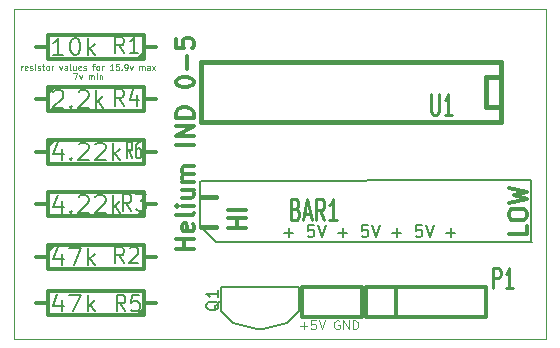
<source format=gto>
G04 (created by PCBNEW (2013-05-31 BZR 4019)-stable) date 3/12/2014 4:46:27 PM*
%MOIN*%
G04 Gerber Fmt 3.4, Leading zero omitted, Abs format*
%FSLAX34Y34*%
G01*
G70*
G90*
G04 APERTURE LIST*
%ADD10C,0.00590551*%
%ADD11C,0.003*%
%ADD12C,0.011811*%
%ADD13C,0.00393701*%
%ADD14C,0.006*%
%ADD15C,0.007*%
%ADD16C,0.015*%
%ADD17C,0.012*%
%ADD18C,0.01125*%
%ADD19C,0.008*%
%ADD20C,0.0075*%
%ADD21C,0.0107*%
G04 APERTURE END LIST*
G54D10*
G54D11*
X6501Y-12780D02*
X6501Y-12647D01*
X6501Y-12685D02*
X6510Y-12666D01*
X6520Y-12657D01*
X6539Y-12647D01*
X6558Y-12647D01*
X6701Y-12771D02*
X6682Y-12780D01*
X6644Y-12780D01*
X6624Y-12771D01*
X6615Y-12752D01*
X6615Y-12676D01*
X6624Y-12657D01*
X6644Y-12647D01*
X6682Y-12647D01*
X6701Y-12657D01*
X6710Y-12676D01*
X6710Y-12695D01*
X6615Y-12714D01*
X6786Y-12771D02*
X6805Y-12780D01*
X6844Y-12780D01*
X6863Y-12771D01*
X6872Y-12752D01*
X6872Y-12742D01*
X6863Y-12723D01*
X6844Y-12714D01*
X6815Y-12714D01*
X6796Y-12704D01*
X6786Y-12685D01*
X6786Y-12676D01*
X6796Y-12657D01*
X6815Y-12647D01*
X6844Y-12647D01*
X6863Y-12657D01*
X6958Y-12780D02*
X6958Y-12647D01*
X6958Y-12580D02*
X6948Y-12590D01*
X6958Y-12600D01*
X6967Y-12590D01*
X6958Y-12580D01*
X6958Y-12600D01*
X7044Y-12771D02*
X7063Y-12780D01*
X7101Y-12780D01*
X7120Y-12771D01*
X7129Y-12752D01*
X7129Y-12742D01*
X7120Y-12723D01*
X7101Y-12714D01*
X7072Y-12714D01*
X7053Y-12704D01*
X7044Y-12685D01*
X7044Y-12676D01*
X7053Y-12657D01*
X7072Y-12647D01*
X7101Y-12647D01*
X7120Y-12657D01*
X7186Y-12647D02*
X7263Y-12647D01*
X7215Y-12580D02*
X7215Y-12752D01*
X7224Y-12771D01*
X7244Y-12780D01*
X7263Y-12780D01*
X7358Y-12780D02*
X7339Y-12771D01*
X7329Y-12761D01*
X7320Y-12742D01*
X7320Y-12685D01*
X7329Y-12666D01*
X7339Y-12657D01*
X7358Y-12647D01*
X7386Y-12647D01*
X7405Y-12657D01*
X7415Y-12666D01*
X7424Y-12685D01*
X7424Y-12742D01*
X7415Y-12761D01*
X7405Y-12771D01*
X7386Y-12780D01*
X7358Y-12780D01*
X7510Y-12780D02*
X7510Y-12647D01*
X7510Y-12685D02*
X7520Y-12666D01*
X7529Y-12657D01*
X7548Y-12647D01*
X7567Y-12647D01*
X7767Y-12647D02*
X7815Y-12780D01*
X7863Y-12647D01*
X8025Y-12780D02*
X8025Y-12676D01*
X8015Y-12657D01*
X7996Y-12647D01*
X7958Y-12647D01*
X7939Y-12657D01*
X8025Y-12771D02*
X8005Y-12780D01*
X7958Y-12780D01*
X7939Y-12771D01*
X7929Y-12752D01*
X7929Y-12733D01*
X7939Y-12714D01*
X7958Y-12704D01*
X8005Y-12704D01*
X8025Y-12695D01*
X8148Y-12780D02*
X8129Y-12771D01*
X8120Y-12752D01*
X8120Y-12580D01*
X8310Y-12647D02*
X8310Y-12780D01*
X8224Y-12647D02*
X8224Y-12752D01*
X8234Y-12771D01*
X8253Y-12780D01*
X8282Y-12780D01*
X8301Y-12771D01*
X8310Y-12761D01*
X8482Y-12771D02*
X8463Y-12780D01*
X8424Y-12780D01*
X8405Y-12771D01*
X8396Y-12752D01*
X8396Y-12676D01*
X8405Y-12657D01*
X8424Y-12647D01*
X8463Y-12647D01*
X8482Y-12657D01*
X8491Y-12676D01*
X8491Y-12695D01*
X8396Y-12714D01*
X8567Y-12771D02*
X8586Y-12780D01*
X8625Y-12780D01*
X8644Y-12771D01*
X8653Y-12752D01*
X8653Y-12742D01*
X8644Y-12723D01*
X8625Y-12714D01*
X8596Y-12714D01*
X8577Y-12704D01*
X8567Y-12685D01*
X8567Y-12676D01*
X8577Y-12657D01*
X8596Y-12647D01*
X8625Y-12647D01*
X8644Y-12657D01*
X8863Y-12647D02*
X8939Y-12647D01*
X8891Y-12780D02*
X8891Y-12609D01*
X8901Y-12590D01*
X8920Y-12580D01*
X8939Y-12580D01*
X9034Y-12780D02*
X9015Y-12771D01*
X9005Y-12761D01*
X8996Y-12742D01*
X8996Y-12685D01*
X9005Y-12666D01*
X9015Y-12657D01*
X9034Y-12647D01*
X9063Y-12647D01*
X9082Y-12657D01*
X9091Y-12666D01*
X9101Y-12685D01*
X9101Y-12742D01*
X9091Y-12761D01*
X9082Y-12771D01*
X9063Y-12780D01*
X9034Y-12780D01*
X9186Y-12780D02*
X9186Y-12647D01*
X9186Y-12685D02*
X9196Y-12666D01*
X9205Y-12657D01*
X9225Y-12647D01*
X9244Y-12647D01*
X9567Y-12780D02*
X9453Y-12780D01*
X9510Y-12780D02*
X9510Y-12580D01*
X9491Y-12609D01*
X9472Y-12628D01*
X9453Y-12638D01*
X9748Y-12580D02*
X9653Y-12580D01*
X9644Y-12676D01*
X9653Y-12666D01*
X9672Y-12657D01*
X9720Y-12657D01*
X9739Y-12666D01*
X9748Y-12676D01*
X9758Y-12695D01*
X9758Y-12742D01*
X9748Y-12761D01*
X9739Y-12771D01*
X9720Y-12780D01*
X9672Y-12780D01*
X9653Y-12771D01*
X9644Y-12761D01*
X9844Y-12761D02*
X9853Y-12771D01*
X9844Y-12780D01*
X9834Y-12771D01*
X9844Y-12761D01*
X9844Y-12780D01*
X9948Y-12780D02*
X9986Y-12780D01*
X10005Y-12771D01*
X10015Y-12761D01*
X10034Y-12733D01*
X10044Y-12695D01*
X10044Y-12619D01*
X10034Y-12600D01*
X10025Y-12590D01*
X10005Y-12580D01*
X9967Y-12580D01*
X9948Y-12590D01*
X9939Y-12600D01*
X9929Y-12619D01*
X9929Y-12666D01*
X9939Y-12685D01*
X9948Y-12695D01*
X9967Y-12704D01*
X10005Y-12704D01*
X10025Y-12695D01*
X10034Y-12685D01*
X10044Y-12666D01*
X10110Y-12647D02*
X10158Y-12780D01*
X10205Y-12647D01*
X10434Y-12780D02*
X10434Y-12647D01*
X10434Y-12666D02*
X10444Y-12657D01*
X10463Y-12647D01*
X10491Y-12647D01*
X10510Y-12657D01*
X10520Y-12676D01*
X10520Y-12780D01*
X10520Y-12676D02*
X10529Y-12657D01*
X10548Y-12647D01*
X10577Y-12647D01*
X10596Y-12657D01*
X10605Y-12676D01*
X10605Y-12780D01*
X10786Y-12780D02*
X10786Y-12676D01*
X10777Y-12657D01*
X10758Y-12647D01*
X10720Y-12647D01*
X10701Y-12657D01*
X10786Y-12771D02*
X10767Y-12780D01*
X10720Y-12780D01*
X10701Y-12771D01*
X10691Y-12752D01*
X10691Y-12733D01*
X10701Y-12714D01*
X10720Y-12704D01*
X10767Y-12704D01*
X10786Y-12695D01*
X10863Y-12780D02*
X10967Y-12647D01*
X10863Y-12647D02*
X10967Y-12780D01*
X8234Y-12890D02*
X8367Y-12890D01*
X8282Y-13090D01*
X8425Y-12957D02*
X8472Y-13090D01*
X8520Y-12957D01*
X8748Y-13090D02*
X8748Y-12957D01*
X8748Y-12976D02*
X8758Y-12967D01*
X8777Y-12957D01*
X8805Y-12957D01*
X8825Y-12967D01*
X8834Y-12986D01*
X8834Y-13090D01*
X8834Y-12986D02*
X8844Y-12967D01*
X8863Y-12957D01*
X8891Y-12957D01*
X8910Y-12967D01*
X8920Y-12986D01*
X8920Y-13090D01*
X9015Y-13090D02*
X9015Y-12957D01*
X9015Y-12890D02*
X9005Y-12900D01*
X9015Y-12910D01*
X9025Y-12900D01*
X9015Y-12890D01*
X9015Y-12910D01*
X9110Y-12957D02*
X9110Y-13090D01*
X9110Y-12976D02*
X9120Y-12967D01*
X9139Y-12957D01*
X9167Y-12957D01*
X9186Y-12967D01*
X9196Y-12986D01*
X9196Y-13090D01*
G54D12*
X12239Y-18751D02*
X11648Y-18751D01*
X11929Y-18751D02*
X11929Y-18413D01*
X12239Y-18413D02*
X11648Y-18413D01*
X12210Y-17907D02*
X12239Y-17963D01*
X12239Y-18076D01*
X12210Y-18132D01*
X12154Y-18160D01*
X11929Y-18160D01*
X11873Y-18132D01*
X11845Y-18076D01*
X11845Y-17963D01*
X11873Y-17907D01*
X11929Y-17879D01*
X11985Y-17879D01*
X12042Y-18160D01*
X12239Y-17541D02*
X12210Y-17598D01*
X12154Y-17626D01*
X11648Y-17626D01*
X12239Y-17316D02*
X11845Y-17316D01*
X11648Y-17316D02*
X11676Y-17345D01*
X11704Y-17316D01*
X11676Y-17288D01*
X11648Y-17316D01*
X11704Y-17316D01*
X11845Y-16782D02*
X12239Y-16782D01*
X11845Y-17035D02*
X12154Y-17035D01*
X12210Y-17007D01*
X12239Y-16951D01*
X12239Y-16866D01*
X12210Y-16810D01*
X12182Y-16782D01*
X12239Y-16501D02*
X11845Y-16501D01*
X11901Y-16501D02*
X11873Y-16473D01*
X11845Y-16417D01*
X11845Y-16332D01*
X11873Y-16276D01*
X11929Y-16248D01*
X12239Y-16248D01*
X11929Y-16248D02*
X11873Y-16220D01*
X11845Y-16163D01*
X11845Y-16079D01*
X11873Y-16023D01*
X11929Y-15995D01*
X12239Y-15995D01*
X12239Y-15264D02*
X11648Y-15264D01*
X12239Y-14982D02*
X11648Y-14982D01*
X12239Y-14645D01*
X11648Y-14645D01*
X12239Y-14364D02*
X11648Y-14364D01*
X11648Y-14223D01*
X11676Y-14139D01*
X11732Y-14082D01*
X11789Y-14054D01*
X11901Y-14026D01*
X11985Y-14026D01*
X12098Y-14054D01*
X12154Y-14082D01*
X12210Y-14139D01*
X12239Y-14223D01*
X12239Y-14364D01*
X11648Y-13211D02*
X11648Y-13154D01*
X11676Y-13098D01*
X11704Y-13070D01*
X11760Y-13042D01*
X11873Y-13014D01*
X12014Y-13014D01*
X12126Y-13042D01*
X12182Y-13070D01*
X12210Y-13098D01*
X12239Y-13154D01*
X12239Y-13211D01*
X12210Y-13267D01*
X12182Y-13295D01*
X12126Y-13323D01*
X12014Y-13351D01*
X11873Y-13351D01*
X11760Y-13323D01*
X11704Y-13295D01*
X11676Y-13267D01*
X11648Y-13211D01*
X12014Y-12761D02*
X12014Y-12311D01*
X11648Y-11748D02*
X11648Y-12030D01*
X11929Y-12058D01*
X11901Y-12030D01*
X11873Y-11973D01*
X11873Y-11833D01*
X11901Y-11776D01*
X11929Y-11748D01*
X11985Y-11720D01*
X12126Y-11720D01*
X12182Y-11748D01*
X12210Y-11776D01*
X12239Y-11833D01*
X12239Y-11973D01*
X12210Y-12030D01*
X12182Y-12058D01*
X13989Y-18059D02*
X13398Y-18059D01*
X13679Y-18059D02*
X13679Y-17721D01*
X13989Y-17721D02*
X13398Y-17721D01*
X13989Y-17440D02*
X13398Y-17440D01*
X23339Y-17964D02*
X23339Y-18245D01*
X22748Y-18245D01*
X22748Y-17654D02*
X22748Y-17542D01*
X22776Y-17485D01*
X22832Y-17429D01*
X22945Y-17401D01*
X23142Y-17401D01*
X23254Y-17429D01*
X23310Y-17485D01*
X23339Y-17542D01*
X23339Y-17654D01*
X23310Y-17710D01*
X23254Y-17767D01*
X23142Y-17795D01*
X22945Y-17795D01*
X22832Y-17767D01*
X22776Y-17710D01*
X22748Y-17654D01*
X22748Y-17204D02*
X23339Y-17064D01*
X22917Y-16951D01*
X23339Y-16839D01*
X22748Y-16698D01*
G54D13*
X24000Y-10750D02*
X6250Y-10750D01*
X24000Y-10750D02*
X24000Y-21750D01*
X6250Y-21750D02*
X24000Y-21750D01*
X6250Y-10750D02*
X6250Y-21750D01*
G54D14*
X7842Y-20455D02*
X7842Y-20822D01*
X7701Y-20246D02*
X7561Y-20639D01*
X7926Y-20639D01*
X8095Y-20272D02*
X8489Y-20272D01*
X8235Y-20822D01*
X8714Y-20822D02*
X8714Y-20272D01*
X8770Y-20613D02*
X8938Y-20822D01*
X8938Y-20455D02*
X8714Y-20665D01*
G54D15*
X7899Y-12282D02*
X7562Y-12282D01*
X7731Y-12282D02*
X7731Y-11707D01*
X7674Y-11789D01*
X7618Y-11844D01*
X7562Y-11872D01*
X8265Y-11707D02*
X8321Y-11707D01*
X8378Y-11735D01*
X8406Y-11762D01*
X8434Y-11817D01*
X8462Y-11926D01*
X8462Y-12063D01*
X8434Y-12173D01*
X8406Y-12227D01*
X8378Y-12255D01*
X8321Y-12282D01*
X8265Y-12282D01*
X8209Y-12255D01*
X8181Y-12227D01*
X8153Y-12173D01*
X8124Y-12063D01*
X8124Y-11926D01*
X8153Y-11817D01*
X8181Y-11762D01*
X8209Y-11735D01*
X8265Y-11707D01*
X8715Y-12282D02*
X8715Y-11707D01*
X8771Y-12063D02*
X8940Y-12282D01*
X8940Y-11899D02*
X8715Y-12118D01*
X7562Y-13512D02*
X7590Y-13485D01*
X7646Y-13457D01*
X7787Y-13457D01*
X7843Y-13485D01*
X7871Y-13512D01*
X7899Y-13567D01*
X7899Y-13622D01*
X7871Y-13704D01*
X7534Y-14032D01*
X7899Y-14032D01*
X8153Y-13977D02*
X8181Y-14005D01*
X8153Y-14032D01*
X8124Y-14005D01*
X8153Y-13977D01*
X8153Y-14032D01*
X8406Y-13512D02*
X8434Y-13485D01*
X8490Y-13457D01*
X8631Y-13457D01*
X8687Y-13485D01*
X8715Y-13512D01*
X8743Y-13567D01*
X8743Y-13622D01*
X8715Y-13704D01*
X8378Y-14032D01*
X8743Y-14032D01*
X8996Y-14032D02*
X8996Y-13457D01*
X9052Y-13813D02*
X9221Y-14032D01*
X9221Y-13649D02*
X8996Y-13868D01*
X7843Y-15399D02*
X7843Y-15782D01*
X7703Y-15180D02*
X7562Y-15591D01*
X7928Y-15591D01*
X8153Y-15727D02*
X8181Y-15755D01*
X8153Y-15782D01*
X8124Y-15755D01*
X8153Y-15727D01*
X8153Y-15782D01*
X8406Y-15262D02*
X8434Y-15235D01*
X8490Y-15207D01*
X8631Y-15207D01*
X8687Y-15235D01*
X8715Y-15262D01*
X8743Y-15317D01*
X8743Y-15372D01*
X8715Y-15454D01*
X8378Y-15782D01*
X8743Y-15782D01*
X8968Y-15262D02*
X8996Y-15235D01*
X9052Y-15207D01*
X9193Y-15207D01*
X9249Y-15235D01*
X9277Y-15262D01*
X9306Y-15317D01*
X9306Y-15372D01*
X9277Y-15454D01*
X8940Y-15782D01*
X9306Y-15782D01*
X9559Y-15782D02*
X9559Y-15207D01*
X9615Y-15563D02*
X9784Y-15782D01*
X9784Y-15399D02*
X9559Y-15618D01*
X7843Y-17149D02*
X7843Y-17532D01*
X7703Y-16930D02*
X7562Y-17341D01*
X7928Y-17341D01*
X8153Y-17477D02*
X8181Y-17505D01*
X8153Y-17532D01*
X8124Y-17505D01*
X8153Y-17477D01*
X8153Y-17532D01*
X8406Y-17012D02*
X8434Y-16985D01*
X8490Y-16957D01*
X8631Y-16957D01*
X8687Y-16985D01*
X8715Y-17012D01*
X8743Y-17067D01*
X8743Y-17122D01*
X8715Y-17204D01*
X8378Y-17532D01*
X8743Y-17532D01*
X8968Y-17012D02*
X8996Y-16985D01*
X9052Y-16957D01*
X9193Y-16957D01*
X9249Y-16985D01*
X9277Y-17012D01*
X9306Y-17067D01*
X9306Y-17122D01*
X9277Y-17204D01*
X8940Y-17532D01*
X9306Y-17532D01*
X9559Y-17532D02*
X9559Y-16957D01*
X9615Y-17313D02*
X9784Y-17532D01*
X9784Y-17149D02*
X9559Y-17368D01*
X7843Y-18899D02*
X7843Y-19282D01*
X7703Y-18680D02*
X7562Y-19091D01*
X7928Y-19091D01*
X8096Y-18707D02*
X8490Y-18707D01*
X8237Y-19282D01*
X8715Y-19282D02*
X8715Y-18707D01*
X8771Y-19063D02*
X8940Y-19282D01*
X8940Y-18899D02*
X8715Y-19118D01*
G54D16*
X22500Y-14000D02*
X22000Y-14000D01*
X22000Y-14000D02*
X22000Y-13000D01*
X22000Y-13000D02*
X22500Y-13000D01*
X22500Y-14500D02*
X12500Y-14500D01*
X12500Y-14500D02*
X12500Y-12500D01*
X12500Y-12500D02*
X22500Y-12500D01*
X22500Y-12500D02*
X22500Y-14500D01*
G54D10*
X13150Y-20000D02*
X13150Y-20800D01*
X13150Y-20800D02*
X13550Y-21200D01*
X13550Y-21200D02*
X14350Y-21400D01*
X14350Y-21400D02*
X14550Y-21400D01*
X14550Y-21400D02*
X15350Y-21200D01*
X15350Y-21200D02*
X15750Y-20800D01*
X15750Y-20800D02*
X15750Y-20000D01*
X15750Y-20000D02*
X13150Y-20000D01*
X23492Y-16456D02*
X23492Y-18484D01*
X12488Y-16476D02*
X23492Y-16456D01*
X12488Y-18011D02*
X12862Y-18385D01*
X12862Y-18385D02*
X12980Y-18503D01*
X12980Y-18503D02*
X23511Y-18503D01*
X12468Y-17992D02*
X12468Y-16476D01*
G54D16*
X12500Y-17000D02*
X13000Y-17000D01*
X13000Y-18000D02*
X12500Y-18000D01*
G54D17*
X7000Y-13750D02*
X7400Y-13750D01*
X7400Y-13750D02*
X7400Y-13350D01*
X7400Y-13350D02*
X10600Y-13350D01*
X10600Y-13350D02*
X10600Y-14150D01*
X10600Y-14150D02*
X7400Y-14150D01*
X7400Y-14150D02*
X7400Y-13750D01*
X7400Y-13550D02*
X7600Y-13350D01*
X11000Y-13750D02*
X10600Y-13750D01*
X11000Y-17250D02*
X10600Y-17250D01*
X10600Y-17250D02*
X10600Y-17650D01*
X10600Y-17650D02*
X7400Y-17650D01*
X7400Y-17650D02*
X7400Y-16850D01*
X7400Y-16850D02*
X10600Y-16850D01*
X10600Y-16850D02*
X10600Y-17250D01*
X10600Y-17450D02*
X10400Y-17650D01*
X7000Y-17250D02*
X7400Y-17250D01*
X11000Y-20550D02*
X10600Y-20550D01*
X10600Y-20550D02*
X10600Y-20950D01*
X10600Y-20950D02*
X7400Y-20950D01*
X7400Y-20950D02*
X7400Y-20150D01*
X7400Y-20150D02*
X10600Y-20150D01*
X10600Y-20150D02*
X10600Y-20550D01*
X10600Y-20750D02*
X10400Y-20950D01*
X7000Y-20550D02*
X7400Y-20550D01*
X7000Y-15500D02*
X7400Y-15500D01*
X7400Y-15500D02*
X7400Y-15100D01*
X7400Y-15100D02*
X10600Y-15100D01*
X10600Y-15100D02*
X10600Y-15900D01*
X10600Y-15900D02*
X7400Y-15900D01*
X7400Y-15900D02*
X7400Y-15500D01*
X7400Y-15300D02*
X7600Y-15100D01*
X11000Y-15500D02*
X10600Y-15500D01*
X11000Y-12000D02*
X10600Y-12000D01*
X10600Y-12000D02*
X10600Y-12400D01*
X10600Y-12400D02*
X7400Y-12400D01*
X7400Y-12400D02*
X7400Y-11600D01*
X7400Y-11600D02*
X10600Y-11600D01*
X10600Y-11600D02*
X10600Y-12000D01*
X10600Y-12200D02*
X10400Y-12400D01*
X7000Y-12000D02*
X7400Y-12000D01*
X7000Y-19000D02*
X7400Y-19000D01*
X7400Y-19000D02*
X7400Y-18600D01*
X7400Y-18600D02*
X10600Y-18600D01*
X10600Y-18600D02*
X10600Y-19400D01*
X10600Y-19400D02*
X7400Y-19400D01*
X7400Y-19400D02*
X7400Y-19000D01*
X7400Y-18800D02*
X7600Y-18600D01*
X11000Y-19000D02*
X10600Y-19000D01*
X18000Y-20000D02*
X18000Y-20000D01*
X18000Y-21000D02*
X18000Y-20000D01*
X18000Y-20000D02*
X18000Y-20000D01*
X18000Y-20000D02*
X22000Y-20000D01*
X22000Y-20000D02*
X22000Y-21000D01*
X22000Y-21000D02*
X18000Y-21000D01*
X19000Y-21000D02*
X19000Y-20000D01*
X15850Y-21000D02*
X15850Y-20000D01*
X15850Y-20000D02*
X17850Y-20000D01*
X17850Y-20000D02*
X17850Y-21000D01*
X17850Y-21000D02*
X15850Y-21000D01*
G54D18*
X20157Y-13583D02*
X20157Y-14150D01*
X20178Y-14216D01*
X20200Y-14250D01*
X20242Y-14283D01*
X20328Y-14283D01*
X20371Y-14250D01*
X20392Y-14216D01*
X20414Y-14150D01*
X20414Y-13583D01*
X20864Y-14283D02*
X20607Y-14283D01*
X20735Y-14283D02*
X20735Y-13583D01*
X20692Y-13683D01*
X20650Y-13750D01*
X20607Y-13783D01*
G54D17*
G54D19*
X13100Y-20488D02*
X13080Y-20526D01*
X13042Y-20564D01*
X12985Y-20621D01*
X12966Y-20659D01*
X12966Y-20697D01*
X13061Y-20678D02*
X13042Y-20716D01*
X13004Y-20754D01*
X12928Y-20773D01*
X12795Y-20773D01*
X12719Y-20754D01*
X12680Y-20716D01*
X12661Y-20678D01*
X12661Y-20602D01*
X12680Y-20564D01*
X12719Y-20526D01*
X12795Y-20507D01*
X12928Y-20507D01*
X13004Y-20526D01*
X13042Y-20564D01*
X13061Y-20602D01*
X13061Y-20678D01*
X13061Y-20126D02*
X13061Y-20354D01*
X13061Y-20240D02*
X12661Y-20240D01*
X12719Y-20278D01*
X12757Y-20316D01*
X12776Y-20354D01*
G54D18*
X15650Y-17416D02*
X15714Y-17450D01*
X15735Y-17483D01*
X15757Y-17550D01*
X15757Y-17650D01*
X15735Y-17716D01*
X15714Y-17750D01*
X15671Y-17783D01*
X15500Y-17783D01*
X15500Y-17083D01*
X15650Y-17083D01*
X15692Y-17116D01*
X15714Y-17150D01*
X15735Y-17216D01*
X15735Y-17283D01*
X15714Y-17350D01*
X15692Y-17383D01*
X15650Y-17416D01*
X15500Y-17416D01*
X15928Y-17583D02*
X16142Y-17583D01*
X15885Y-17783D02*
X16035Y-17083D01*
X16185Y-17783D01*
X16592Y-17783D02*
X16442Y-17450D01*
X16335Y-17783D02*
X16335Y-17083D01*
X16507Y-17083D01*
X16550Y-17116D01*
X16571Y-17150D01*
X16592Y-17216D01*
X16592Y-17316D01*
X16571Y-17383D01*
X16550Y-17416D01*
X16507Y-17450D01*
X16335Y-17450D01*
X17021Y-17783D02*
X16764Y-17783D01*
X16892Y-17783D02*
X16892Y-17083D01*
X16850Y-17183D01*
X16807Y-17250D01*
X16764Y-17283D01*
G54D17*
G54D10*
X15268Y-18198D02*
X15568Y-18198D01*
X15418Y-18348D02*
X15418Y-18048D01*
X16243Y-17954D02*
X16055Y-17954D01*
X16037Y-18142D01*
X16055Y-18123D01*
X16093Y-18104D01*
X16187Y-18104D01*
X16224Y-18123D01*
X16243Y-18142D01*
X16262Y-18179D01*
X16262Y-18273D01*
X16243Y-18310D01*
X16224Y-18329D01*
X16187Y-18348D01*
X16093Y-18348D01*
X16055Y-18329D01*
X16037Y-18310D01*
X16374Y-17954D02*
X16505Y-18348D01*
X16637Y-17954D01*
X17068Y-18198D02*
X17368Y-18198D01*
X17218Y-18348D02*
X17218Y-18048D01*
X18043Y-17954D02*
X17855Y-17954D01*
X17836Y-18142D01*
X17855Y-18123D01*
X17893Y-18104D01*
X17986Y-18104D01*
X18024Y-18123D01*
X18043Y-18142D01*
X18061Y-18179D01*
X18061Y-18273D01*
X18043Y-18310D01*
X18024Y-18329D01*
X17986Y-18348D01*
X17893Y-18348D01*
X17855Y-18329D01*
X17836Y-18310D01*
X18174Y-17954D02*
X18305Y-18348D01*
X18436Y-17954D01*
X18868Y-18198D02*
X19167Y-18198D01*
X19017Y-18348D02*
X19017Y-18048D01*
X19842Y-17954D02*
X19655Y-17954D01*
X19636Y-18142D01*
X19655Y-18123D01*
X19692Y-18104D01*
X19786Y-18104D01*
X19824Y-18123D01*
X19842Y-18142D01*
X19861Y-18179D01*
X19861Y-18273D01*
X19842Y-18310D01*
X19824Y-18329D01*
X19786Y-18348D01*
X19692Y-18348D01*
X19655Y-18329D01*
X19636Y-18310D01*
X19974Y-17954D02*
X20105Y-18348D01*
X20236Y-17954D01*
X20667Y-18198D02*
X20967Y-18198D01*
X20817Y-18348D02*
X20817Y-18048D01*
G54D19*
X9916Y-13972D02*
X9750Y-13710D01*
X9630Y-13972D02*
X9630Y-13422D01*
X9821Y-13422D01*
X9869Y-13448D01*
X9892Y-13475D01*
X9916Y-13527D01*
X9916Y-13605D01*
X9892Y-13658D01*
X9869Y-13684D01*
X9821Y-13710D01*
X9630Y-13710D01*
X10345Y-13605D02*
X10345Y-13972D01*
X10226Y-13396D02*
X10107Y-13789D01*
X10416Y-13789D01*
X10166Y-17472D02*
X10000Y-17210D01*
X9880Y-17472D02*
X9880Y-16922D01*
X10071Y-16922D01*
X10119Y-16948D01*
X10142Y-16975D01*
X10166Y-17027D01*
X10166Y-17105D01*
X10142Y-17158D01*
X10119Y-17184D01*
X10071Y-17210D01*
X9880Y-17210D01*
X10333Y-16922D02*
X10642Y-16922D01*
X10476Y-17132D01*
X10547Y-17132D01*
X10595Y-17158D01*
X10619Y-17184D01*
X10642Y-17236D01*
X10642Y-17367D01*
X10619Y-17420D01*
X10595Y-17446D01*
X10547Y-17472D01*
X10404Y-17472D01*
X10357Y-17446D01*
X10333Y-17420D01*
X9966Y-20822D02*
X9800Y-20560D01*
X9680Y-20822D02*
X9680Y-20272D01*
X9871Y-20272D01*
X9919Y-20298D01*
X9942Y-20325D01*
X9966Y-20377D01*
X9966Y-20455D01*
X9942Y-20508D01*
X9919Y-20534D01*
X9871Y-20560D01*
X9680Y-20560D01*
X10419Y-20272D02*
X10180Y-20272D01*
X10157Y-20534D01*
X10180Y-20508D01*
X10228Y-20482D01*
X10347Y-20482D01*
X10395Y-20508D01*
X10419Y-20534D01*
X10442Y-20586D01*
X10442Y-20717D01*
X10419Y-20770D01*
X10395Y-20796D01*
X10347Y-20822D01*
X10228Y-20822D01*
X10180Y-20796D01*
X10157Y-20770D01*
G54D20*
X10200Y-15722D02*
X10100Y-15460D01*
X10028Y-15722D02*
X10028Y-15172D01*
X10142Y-15172D01*
X10171Y-15198D01*
X10185Y-15225D01*
X10200Y-15277D01*
X10200Y-15355D01*
X10185Y-15408D01*
X10171Y-15434D01*
X10142Y-15460D01*
X10028Y-15460D01*
X10457Y-15172D02*
X10400Y-15172D01*
X10371Y-15198D01*
X10357Y-15225D01*
X10328Y-15303D01*
X10314Y-15408D01*
X10314Y-15617D01*
X10328Y-15670D01*
X10342Y-15696D01*
X10371Y-15722D01*
X10428Y-15722D01*
X10457Y-15696D01*
X10471Y-15670D01*
X10485Y-15617D01*
X10485Y-15486D01*
X10471Y-15434D01*
X10457Y-15408D01*
X10428Y-15382D01*
X10371Y-15382D01*
X10342Y-15408D01*
X10328Y-15434D01*
X10314Y-15486D01*
G54D19*
X9916Y-12222D02*
X9750Y-11960D01*
X9630Y-12222D02*
X9630Y-11672D01*
X9821Y-11672D01*
X9869Y-11698D01*
X9892Y-11725D01*
X9916Y-11777D01*
X9916Y-11855D01*
X9892Y-11908D01*
X9869Y-11934D01*
X9821Y-11960D01*
X9630Y-11960D01*
X10392Y-12222D02*
X10107Y-12222D01*
X10250Y-12222D02*
X10250Y-11672D01*
X10202Y-11751D01*
X10154Y-11803D01*
X10107Y-11829D01*
X9916Y-19222D02*
X9750Y-18960D01*
X9630Y-19222D02*
X9630Y-18672D01*
X9821Y-18672D01*
X9869Y-18698D01*
X9892Y-18725D01*
X9916Y-18777D01*
X9916Y-18855D01*
X9892Y-18908D01*
X9869Y-18934D01*
X9821Y-18960D01*
X9630Y-18960D01*
X10107Y-18725D02*
X10130Y-18698D01*
X10178Y-18672D01*
X10297Y-18672D01*
X10345Y-18698D01*
X10369Y-18725D01*
X10392Y-18777D01*
X10392Y-18829D01*
X10369Y-18908D01*
X10083Y-19222D01*
X10392Y-19222D01*
G54D21*
X22234Y-20051D02*
X22234Y-19368D01*
X22397Y-19368D01*
X22437Y-19400D01*
X22458Y-19433D01*
X22478Y-19498D01*
X22478Y-19596D01*
X22458Y-19661D01*
X22437Y-19693D01*
X22397Y-19726D01*
X22234Y-19726D01*
X22886Y-20051D02*
X22641Y-20051D01*
X22764Y-20051D02*
X22764Y-19368D01*
X22723Y-19466D01*
X22682Y-19531D01*
X22641Y-19563D01*
G54D11*
X15792Y-21307D02*
X16021Y-21307D01*
X15907Y-21421D02*
X15907Y-21192D01*
X16307Y-21121D02*
X16164Y-21121D01*
X16150Y-21264D01*
X16164Y-21250D01*
X16192Y-21235D01*
X16264Y-21235D01*
X16292Y-21250D01*
X16307Y-21264D01*
X16321Y-21292D01*
X16321Y-21364D01*
X16307Y-21392D01*
X16292Y-21407D01*
X16264Y-21421D01*
X16192Y-21421D01*
X16164Y-21407D01*
X16150Y-21392D01*
X16407Y-21121D02*
X16507Y-21421D01*
X16607Y-21121D01*
X17092Y-21135D02*
X17064Y-21121D01*
X17021Y-21121D01*
X16978Y-21135D01*
X16950Y-21164D01*
X16935Y-21192D01*
X16921Y-21250D01*
X16921Y-21292D01*
X16935Y-21350D01*
X16950Y-21378D01*
X16978Y-21407D01*
X17021Y-21421D01*
X17050Y-21421D01*
X17092Y-21407D01*
X17107Y-21392D01*
X17107Y-21292D01*
X17050Y-21292D01*
X17235Y-21421D02*
X17235Y-21121D01*
X17407Y-21421D01*
X17407Y-21121D01*
X17550Y-21421D02*
X17550Y-21121D01*
X17621Y-21121D01*
X17664Y-21135D01*
X17692Y-21164D01*
X17707Y-21192D01*
X17721Y-21250D01*
X17721Y-21292D01*
X17707Y-21350D01*
X17692Y-21378D01*
X17664Y-21407D01*
X17621Y-21421D01*
X17550Y-21421D01*
M02*

</source>
